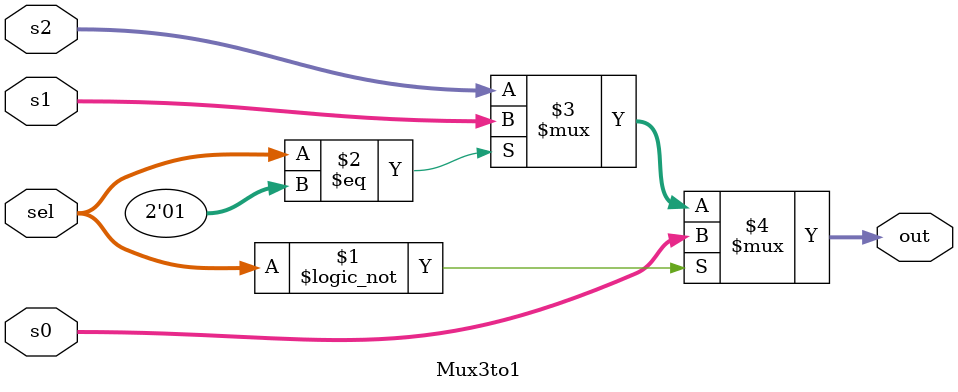
<source format=v>
module Mux3to1 #(
    parameter size = 32
) 
(
    input [1:0] sel,                // Selector (2 bits)
    input signed [size-1:0] s0,     // Input 0
    input signed [size-1:0] s1,     // Input 1
    input signed [size-1:0] s2,     // Input 2
    output signed [size-1:0] out    // Output
);
    // TODO: implement your 3to1 multiplexer here

    assign out = (sel == 2'b00) ? s0 : (sel == 2'b01) ? s1 : s2; //if sel is 1, output s1, else output s0

    
endmodule


</source>
